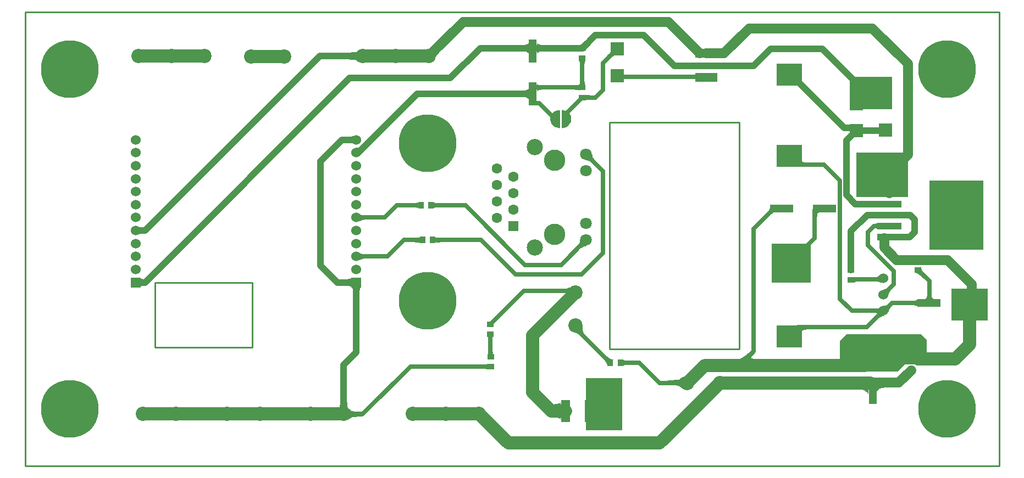
<source format=gtl>
G04*
G04 #@! TF.GenerationSoftware,Altium Limited,Altium Designer,19.0.4 (130)*
G04*
G04 Layer_Physical_Order=1*
G04 Layer_Color=255*
%FSTAX44Y44*%
%MOMM*%
G71*
G01*
G75*
%ADD10C,0.2540*%
%ADD15R,0.9300X0.9800*%
%ADD16R,0.9800X0.9300*%
%ADD17R,1.2600X3.6100*%
%ADD18R,3.6100X1.2600*%
%ADD19R,2.0000X2.0000*%
%ADD20R,8.4000X10.6500*%
%ADD21R,3.8000X1.0500*%
%ADD22R,1.4067X3.4992*%
%ADD23R,3.9200X3.4240*%
%ADD24R,3.4992X1.4067*%
%ADD46C,1.0000*%
%ADD47C,0.7000*%
%ADD48C,1.5000*%
%ADD49C,1.0000*%
%ADD50C,2.0000*%
%ADD51C,1.5240*%
%ADD52R,1.5240X1.5240*%
%ADD53C,2.2000*%
%ADD54C,8.8900*%
%ADD55C,0.8890*%
%ADD56C,2.5000*%
%ADD57C,1.8000*%
%ADD58C,1.6000*%
%ADD59R,1.6000X1.6000*%
%ADD60C,3.3000*%
%ADD61C,0.7000*%
G36*
X00869941Y0064902D02*
X00868597Y00647654D01*
X00864637Y00643174D01*
X00864001Y00642299D01*
X00863506Y00641523D01*
X00863152Y00640844D01*
X0086294Y00640263D01*
X00862869Y00639781D01*
X0085313Y0064902D01*
X00853708Y0064909D01*
X00854374Y00649302D01*
X00855128Y00649656D01*
X00855969Y00650151D01*
X00856899Y00650787D01*
X00859023Y00652484D01*
X00861499Y00654747D01*
X00862869Y00656091D01*
X00869941Y0064902D01*
D02*
G37*
G36*
X0078837Y0065345D02*
X0078867Y006526D01*
X00789169Y0065185D01*
X0078987Y006512D01*
X0079077Y0065065D01*
X0079187Y006502D01*
X00793169Y0064985D01*
X00794669Y006496D01*
X00796369Y0064945D01*
X0079827Y006494D01*
Y006394D01*
X00796369Y0063935D01*
X00794669Y006392D01*
X00793169Y0063895D01*
X0079187Y006386D01*
X0079077Y0063815D01*
X0078987Y006376D01*
X00789169Y0063695D01*
X0078867Y006362D01*
X0078837Y0063535D01*
X0078827Y006344D01*
Y006544D01*
X0078837Y0065345D01*
D02*
G37*
G36*
X00775761Y006344D02*
X00775661Y0063535D01*
X0077536Y006362D01*
X00774858Y0063695D01*
X00774156Y006376D01*
X00773253Y0063815D01*
X0077215Y006386D01*
X00770846Y0063895D01*
X00769342Y006392D01*
X00767636Y0063935D01*
X00765731Y006394D01*
Y006494D01*
X00767636Y0064945D01*
X00769342Y006496D01*
X00770846Y0064985D01*
X0077215Y006502D01*
X00773253Y0065065D01*
X00774156Y006512D01*
X00774858Y0065185D01*
X0077536Y006526D01*
X00775661Y0065345D01*
X00775761Y006544D01*
Y006344D01*
D02*
G37*
G36*
X0091193Y00633561D02*
X00911388Y00633954D01*
X00910747Y00634149D01*
X00910006Y00634146D01*
X00909165Y00633945D01*
X00908225Y00633546D01*
X00907186Y00632949D01*
X00906046Y00632154D01*
X00904807Y00631161D01*
X0090203Y00628581D01*
X00897081Y00633531D01*
X0089847Y00634969D01*
X00900654Y00637546D01*
X00901449Y00638685D01*
X00902046Y00639725D01*
X00902445Y00640665D01*
X00902646Y00641506D01*
X00902649Y00642247D01*
X00902454Y00642888D01*
X00902061Y0064343D01*
X0091193Y00633561D01*
D02*
G37*
G36*
X0063726Y00637054D02*
X00636409Y00636184D01*
X00633835Y0063317D01*
X006334Y00632533D01*
X00633047Y00631943D01*
X00632779Y00631399D01*
X00632593Y00630902D01*
X00632491Y00630451D01*
X00620051Y0064289D01*
X00620502Y00642993D01*
X00620999Y00643178D01*
X00621543Y00643447D01*
X00622133Y006438D01*
X0062277Y00644235D01*
X00624184Y00645355D01*
X0062496Y0064604D01*
X00626654Y0064766D01*
X0063726Y00637054D01*
D02*
G37*
G36*
X00513395Y00623204D02*
X00512387Y00623925D01*
X0051039Y0062514D01*
X00509402Y00625634D01*
X00508419Y00626051D01*
X00507601Y00626338D01*
X00504162Y00626668D01*
X00495069Y00626979D01*
X0049134Y00627D01*
Y00637D01*
X00495069Y00637021D01*
X00508263Y00637894D01*
X00508419Y00637949D01*
X00509402Y00638367D01*
X0051039Y0063886D01*
X00511385Y00639429D01*
X00512387Y00640075D01*
X00513395Y00640796D01*
Y00623204D01*
D02*
G37*
G36*
X00862609Y0062431D02*
X00862376Y006241D01*
X00862171Y0062375D01*
X00861993Y0062326D01*
X00861842Y00622631D01*
X00861719Y00621861D01*
X00861623Y00620951D01*
X00861514Y00618711D01*
X008615Y0061738D01*
X008545D01*
X00854486Y00618711D01*
X00854281Y00621861D01*
X00854158Y00622631D01*
X00854007Y0062326D01*
X00853829Y0062375D01*
X00853624Y006241D01*
X00853391Y0062431D01*
X0085313Y0062438D01*
X00862869D01*
X00862609Y0062431D01*
D02*
G37*
G36*
X00861514Y0059399D02*
X00861719Y0059084D01*
X00861842Y0059007D01*
X00861993Y0058944D01*
X00862171Y0058895D01*
X00862376Y005886D01*
X00862609Y0058839D01*
X00862869Y0058832D01*
X0085313D01*
X00853391Y0058839D01*
X00853624Y005886D01*
X00853829Y0058895D01*
X00854007Y0058944D01*
X00854158Y0059007D01*
X00854281Y0059084D01*
X00854377Y0059175D01*
X00854486Y0059399D01*
X008545Y0059532D01*
X008615D01*
X00861514Y0059399D01*
D02*
G37*
G36*
X0085313Y00579081D02*
X00853061Y00579293D01*
X0085285Y00579483D01*
X00852501Y00579651D01*
X0085201Y00579797D01*
X0085138Y0057992D01*
X00850611Y00580021D01*
X00848651Y00580155D01*
X00846131Y005802D01*
Y005872D01*
X0084746Y00587211D01*
X0085138Y0058748D01*
X0085201Y00587603D01*
X00852501Y00587749D01*
X0085285Y00587916D01*
X00853061Y00588107D01*
X0085313Y0058832D01*
Y00579081D01*
D02*
G37*
G36*
X00788339Y00590035D02*
X00788549Y0058944D01*
X007889Y00588915D01*
X00789389Y0058846D01*
X0079002Y00588075D01*
X00790789Y0058776D01*
X007917Y00587515D01*
X00792749Y0058734D01*
X0079394Y00587235D01*
X00795269Y005872D01*
Y005802D01*
X0079394Y00580165D01*
X00792749Y0058006D01*
X007917Y00579885D01*
X00790789Y0057964D01*
X0079002Y00579325D01*
X00789389Y0057894D01*
X007889Y00578485D01*
X00788549Y0057796D01*
X00788339Y00577365D01*
X0078827Y005767D01*
Y005907D01*
X00788339Y00590035D01*
D02*
G37*
G36*
X00775761Y00564D02*
X00775661Y0056495D01*
X0077536Y005658D01*
X00774858Y0056655D01*
X00774156Y005672D01*
X00773253Y0056775D01*
X0077215Y005682D01*
X00770846Y0056855D01*
X00769342Y005688D01*
X00767636Y0056895D01*
X00765731Y00569D01*
Y00579D01*
X00767636Y0057905D01*
X00769342Y005792D01*
X00770846Y0057945D01*
X0077215Y005798D01*
X00773253Y0058025D01*
X00774156Y005808D01*
X00774858Y0058145D01*
X0077536Y005822D01*
X00775661Y0058305D01*
X00775761Y00584D01*
Y00564D01*
D02*
G37*
G36*
X0086294Y00572707D02*
X00863149Y00572517D01*
X008635Y00572349D01*
X00863989Y00572203D01*
X0086462Y0057208D01*
X00865389Y00571979D01*
X00867349Y00571845D01*
X0086987Y005718D01*
Y005648D01*
X0086854Y00564789D01*
X0086462Y0056452D01*
X00863989Y00564397D01*
X008635Y00564251D01*
X00863149Y00564084D01*
X0086294Y00563893D01*
X00862869Y0056368D01*
Y0057292D01*
X0086294Y00572707D01*
D02*
G37*
G36*
X01335Y0055D02*
X0127D01*
Y006D01*
X01335D01*
Y0055D01*
D02*
G37*
G36*
X0083516Y0054516D02*
X008377Y0054262D01*
X0084024Y0053754D01*
X0083897Y0052992D01*
X0083262Y0052357D01*
X0082754Y005223D01*
Y005477D01*
X0083008D01*
X0083516Y0054516D01*
D02*
G37*
G36*
X0082246Y005223D02*
X0081738Y0052357D01*
X0081103Y0052992D01*
X0080976Y0053754D01*
X008123Y0054262D01*
X0081484Y0054516D01*
X0081992Y005477D01*
X0082246D01*
Y005223D01*
D02*
G37*
G36*
X00505424Y00496855D02*
X00505105Y00497063D01*
X00504729Y00497249D01*
X00504296Y00497413D01*
X00503806Y00497555D01*
X0050326Y00497675D01*
X00502657Y00497774D01*
X00501281Y00497905D01*
X00500508Y00497938D01*
X00499678Y00497948D01*
Y00507948D01*
X00500508Y00507959D01*
X00502657Y00508123D01*
X0050326Y00508222D01*
X00503806Y00508342D01*
X00504296Y00508484D01*
X00504729Y00508648D01*
X00505105Y00508834D01*
X00505424Y00509042D01*
Y00496855D01*
D02*
G37*
G36*
X00520238Y00483167D02*
X00517249Y00480583D01*
X00511016Y00490485D01*
X00511448Y00490461D01*
X00511898Y00490503D01*
X00512365Y00490611D01*
X0051285Y00490785D01*
X00513354Y00491024D01*
X00513875Y0049133D01*
X00514414Y00491701D01*
X00514971Y00492138D01*
X00515546Y00492641D01*
X00516139Y0049321D01*
X00520238Y00483167D01*
D02*
G37*
G36*
X00873198Y00480828D02*
X00873666Y00478688D01*
X00873945Y00477729D01*
X00874255Y00476844D01*
X00874595Y00476034D01*
X00874965Y00475298D01*
X00875365Y00474637D01*
X00875795Y00474049D01*
X00876256Y00473536D01*
X00871306Y00468587D01*
X00870793Y00469047D01*
X00870206Y00469478D01*
X00869544Y00469878D01*
X00868808Y00470248D01*
X00867998Y00470588D01*
X00867114Y00470897D01*
X00866155Y00471176D01*
X00864014Y00471644D01*
X00862832Y00471833D01*
X0087301Y0048201D01*
X00873198Y00480828D01*
D02*
G37*
G36*
X01196639Y00470715D02*
X0119685Y0047012D01*
X01197199Y00469595D01*
X0119769Y0046914D01*
X01198319Y00468755D01*
X0119909Y0046844D01*
X012Y00468195D01*
X01201049Y0046802D01*
X0120224Y00467915D01*
X0120357Y0046788D01*
Y0046088D01*
X0119657Y0046091D01*
Y0047138D01*
X01196639Y00470715D01*
D02*
G37*
G36*
X0136Y00415D02*
X0128D01*
Y00482933D01*
X0136D01*
Y00415D01*
D02*
G37*
G36*
X0062939Y00406609D02*
X006296Y00406376D01*
X0062995Y00406171D01*
X0063044Y00405993D01*
X0063107Y00405842D01*
X0063184Y00405719D01*
X0063275Y00405623D01*
X0063499Y00405514D01*
X0063632Y004055D01*
Y003985D01*
X0063499Y00398486D01*
X0063184Y00398281D01*
X0063107Y00398158D01*
X0063044Y00398007D01*
X0062995Y00397829D01*
X006296Y00397623D01*
X0062939Y00397391D01*
X0062932Y00397131D01*
Y0040687D01*
X0062939Y00406609D01*
D02*
G37*
G36*
X0060468Y00397131D02*
X0060461Y00397391D01*
X006044Y00397623D01*
X0060405Y00397829D01*
X0060356Y00398007D01*
X0060293Y00398158D01*
X0060216Y00398281D01*
X0060125Y00398377D01*
X00599011Y00398486D01*
X00597681Y003985D01*
Y004055D01*
X00599011Y00405514D01*
X0060216Y00405719D01*
X0060293Y00405842D01*
X0060356Y00405993D01*
X0060405Y00406171D01*
X006044Y00406376D01*
X0060461Y00406609D01*
X0060468Y0040687D01*
Y00397131D01*
D02*
G37*
G36*
X0115673Y00390647D02*
X01156189Y0039104D01*
X01155547Y00391235D01*
X01154806Y00391231D01*
X01153966Y00391031D01*
X01153026Y00390631D01*
X01151986Y00390034D01*
X01150846Y00389239D01*
X01149607Y00388246D01*
X01146831Y00385667D01*
X01141881Y00390616D01*
X0114327Y00392054D01*
X01145454Y00394632D01*
X01146249Y00395771D01*
X01146846Y00396811D01*
X01147245Y00397751D01*
X01147446Y00398592D01*
X01147449Y00399333D01*
X01147254Y00399974D01*
X01146861Y00400516D01*
X0115673Y00390647D01*
D02*
G37*
G36*
X01222535Y00390575D02*
X0122194Y00390362D01*
X01221415Y0039001D01*
X0122096Y00389517D01*
X01220575Y00388884D01*
X0122026Y00388111D01*
X01220015Y00387197D01*
X0121984Y00386144D01*
X01219735Y0038495D01*
X012197Y00383616D01*
X012127D01*
X0121273Y00390616D01*
X012232Y00390647D01*
X01222535Y00390575D01*
D02*
G37*
G36*
X00515265Y00388534D02*
X00516635Y00387704D01*
X00517316Y00387367D01*
X00517994Y00387082D01*
X00518669Y00386848D01*
X00519341Y00386667D01*
X0052001Y00386537D01*
X00520677Y00386459D01*
X00521341Y00386433D01*
Y00379433D01*
X00520677Y00379408D01*
X0052001Y0037933D01*
X00519341Y003792D01*
X00518669Y00379019D01*
X00517994Y00378785D01*
X00517316Y003785D01*
X00516635Y00378163D01*
X00515951Y00377774D01*
X00515265Y00377333D01*
X00514576Y0037684D01*
Y00389027D01*
X00515265Y00388534D01*
D02*
G37*
G36*
X01312061Y00365481D02*
X01312015Y00365675D01*
X01311879Y00365848D01*
X01311651Y00366001D01*
X01311333Y00366133D01*
X01310923Y00366245D01*
X01310423Y00366337D01*
X01309832Y00366408D01*
X01308376Y0036649D01*
X01307511Y003665D01*
Y003735D01*
X01308376Y0037351D01*
X01310423Y00373663D01*
X01310923Y00373755D01*
X01311333Y00373867D01*
X01311651Y00373999D01*
X01311879Y00374152D01*
X01312015Y00374325D01*
X01312061Y00374519D01*
Y00365481D01*
D02*
G37*
G36*
X00174895Y00368829D02*
X00175271Y00368643D01*
X00175704Y00368479D01*
X00176194Y00368337D01*
X0017674Y00368217D01*
X00177343Y00368119D01*
X00178719Y00367987D01*
X00179492Y00367955D01*
X00180322Y00367944D01*
Y00357944D01*
X00179492Y00357933D01*
X00177343Y00357769D01*
X0017674Y0035767D01*
X00176194Y0035755D01*
X00175704Y00357408D01*
X00175271Y00357244D01*
X00174895Y00357058D01*
X00174576Y00356851D01*
Y00369037D01*
X00174895Y00368829D01*
D02*
G37*
G36*
X0063239Y0035285D02*
X006326Y00352618D01*
X0063295Y00352412D01*
X0063344Y00352234D01*
X0063407Y00352084D01*
X0063484Y0035196D01*
X0063575Y00351864D01*
X0063799Y00351755D01*
X0063932Y00351741D01*
Y00344741D01*
X0063799Y00344728D01*
X0063484Y00344522D01*
X0063407Y00344399D01*
X0063344Y00344248D01*
X0063295Y0034407D01*
X006326Y00343865D01*
X0063239Y00343632D01*
X0063232Y00343372D01*
Y00353111D01*
X0063239Y0035285D01*
D02*
G37*
G36*
X00607681Y00343372D02*
X00607611Y00343632D01*
X00607401Y00343865D01*
X00607051Y0034407D01*
X00606561Y00344248D01*
X0060593Y00344399D01*
X0060516Y00344522D01*
X0060425Y00344618D01*
X0060201Y00344728D01*
X00600681Y00344741D01*
Y00351741D01*
X0060201Y00351755D01*
X0060516Y0035196D01*
X0060593Y00352084D01*
X00606561Y00352234D01*
X00607051Y00352412D01*
X00607401Y00352618D01*
X00607611Y0035285D01*
X00607681Y00353111D01*
Y00343372D01*
D02*
G37*
G36*
X00865367Y00339331D02*
X00864185Y00339142D01*
X00862045Y00338675D01*
X00861086Y00338396D01*
X00860201Y00338086D01*
X00859391Y00337746D01*
X00858655Y00337376D01*
X00857993Y00336976D01*
X00857406Y00336546D01*
X00856893Y00336085D01*
X00851944Y00341035D01*
X00852404Y00341548D01*
X00852835Y00342135D01*
X00853235Y00342797D01*
X00853605Y00343532D01*
X00853944Y00344343D01*
X00854254Y00345227D01*
X00854533Y00346186D01*
X00855001Y00348327D01*
X00855189Y00349508D01*
X00865367Y00339331D01*
D02*
G37*
G36*
X00515265Y00328539D02*
X00516635Y00327709D01*
X00517316Y00327372D01*
X00517994Y00327087D01*
X00518669Y00326854D01*
X00519341Y00326672D01*
X0052001Y00326542D01*
X00520677Y00326465D01*
X00521341Y00326439D01*
Y00319439D01*
X00520677Y00319413D01*
X0052001Y00319335D01*
X00519341Y00319205D01*
X00518669Y00319024D01*
X00517994Y0031879D01*
X00517316Y00318505D01*
X00516635Y00318168D01*
X00515951Y00317779D01*
X00515265Y00317338D01*
X00514576Y00316845D01*
Y00329032D01*
X00515265Y00328539D01*
D02*
G37*
G36*
X01379919Y00306055D02*
X01380067Y00305177D01*
X01380315Y00304286D01*
X01380661Y00303382D01*
X01381107Y00302465D01*
X01381651Y00301535D01*
X01382295Y00300591D01*
X01383037Y00299634D01*
X01383879Y00298664D01*
X01384819Y0029768D01*
X0137987Y00292731D01*
X01378881Y00293671D01*
X01377896Y00294513D01*
X01376914Y00295255D01*
X01375935Y00295899D01*
X0137496Y00296443D01*
X01373988Y00296889D01*
X01373018Y00297235D01*
X01372053Y00297482D01*
X0137109Y00297631D01*
X0137013Y0029768D01*
X0137987Y00306919D01*
X01379919Y00306055D01*
D02*
G37*
G36*
X0121Y00282934D02*
X0115D01*
Y00342954D01*
X0121D01*
Y00282934D01*
D02*
G37*
G36*
X01318074Y00282469D02*
X01317475Y00282807D01*
X01316862Y0028311D01*
X01316236Y00283377D01*
X01315595Y00283609D01*
X01314942Y00283805D01*
X01314274Y00283965D01*
X01313593Y0028409D01*
X01312899Y00284179D01*
X0131147Y0028425D01*
X01310148Y0029125D01*
X01310835Y0029128D01*
X0131151Y00291371D01*
X01312173Y00291521D01*
X01312825Y00291732D01*
X01313465Y00292003D01*
X01314093Y00292335D01*
X0131471Y00292726D01*
X01315315Y00293179D01*
X01315908Y00293691D01*
X0131649Y00294263D01*
X01318074Y00282469D01*
D02*
G37*
G36*
X01283869Y0028425D02*
X0128254Y00284227D01*
X012803Y00284046D01*
X01279389Y00283887D01*
X0127862Y00283683D01*
X0127799Y00283433D01*
X01277499Y00283138D01*
X0127715Y00282798D01*
X01276939Y00282412D01*
X0127687Y0028198D01*
Y0029122D01*
X01276939Y00291225D01*
X0127715Y00291231D01*
X01283869Y0029125D01*
Y0028425D01*
D02*
G37*
G36*
X00177631Y00289656D02*
X00177845Y00289295D01*
X00178203Y00288976D01*
X00178704Y00288699D01*
X00179348Y00288465D01*
X00180136Y00288274D01*
X00181066Y00288125D01*
X0018214Y00288019D01*
X00184716Y00287934D01*
Y00277934D01*
X00183356Y00277912D01*
X00181066Y00277742D01*
X00180136Y00277593D01*
X00179348Y00277402D01*
X00178704Y00277168D01*
X00178203Y00276892D01*
X00177845Y00276573D01*
X00177631Y00276211D01*
X00177559Y00275807D01*
Y0029006D01*
X00177631Y00289656D01*
D02*
G37*
G36*
X00502411Y00275344D02*
X00517589D01*
X00517098Y00275244D01*
X00516657Y00274944D01*
X00516269Y00274444D01*
X00515932Y00273744D01*
X00515647Y00272844D01*
X00515414Y00271744D01*
X00515233Y00270444D01*
X00515104Y00268944D01*
X00515Y00265344D01*
X00505D01*
X00504974Y00267244D01*
X00504586Y00271744D01*
X00504353Y00272844D01*
X00504068Y00273744D01*
X00503731Y00274444D01*
X00503343Y00274944D01*
X00502902Y00275244D01*
X00502411Y00275344D01*
X0050231Y00275836D01*
X0050201Y00276276D01*
X00501511Y00276665D01*
X00500811Y00277001D01*
X00499911Y00277286D01*
X00498811Y00277519D01*
X0049751Y00277701D01*
X00496011Y0027783D01*
X00492411Y00277934D01*
Y00287934D01*
X0049431Y0028796D01*
X00498811Y00288348D01*
X00499911Y00288581D01*
X00500811Y00288866D01*
X00501511Y00289202D01*
X0050201Y00289591D01*
X0050231Y00290031D01*
X00502411Y00290523D01*
Y00275344D01*
D02*
G37*
G36*
X01332494Y00269544D02*
X01332043Y00269056D01*
X01331626Y0026853D01*
X01331245Y00267965D01*
X01330898Y00267361D01*
X01330586Y00266719D01*
X01330308Y00266038D01*
X01330065Y00265318D01*
X01329857Y0026456D01*
X01329683Y00263763D01*
X01329544Y00262927D01*
X01320927Y00271544D01*
X01321763Y00271683D01*
X01323318Y00272065D01*
X01324038Y00272308D01*
X01324719Y00272586D01*
X01325361Y00272898D01*
X01325965Y00273245D01*
X0132653Y00273626D01*
X01327056Y00274043D01*
X01327544Y00274494D01*
X01332494Y00269544D01*
D02*
G37*
G36*
X00839424Y00260418D02*
X00838425Y00261574D01*
X00836486Y0026352D01*
X00835547Y0026431D01*
X00834628Y00264979D01*
X00833728Y00265527D01*
X00832849Y00265953D01*
X00831989Y00266257D01*
X0083115Y00266439D01*
X0083033Y002665D01*
X00832109Y002735D01*
X00832914Y00273536D01*
X00833774Y00273644D01*
X0083469Y00273825D01*
X0083566Y00274077D01*
X00837766Y00274799D01*
X00838902Y00275268D01*
X00842641Y00277108D01*
X00839424Y00260418D01*
D02*
G37*
G36*
X01396349Y00263048D02*
X01396454Y00261853D01*
X01396629Y00260798D01*
X01396874Y00259884D01*
X01397189Y00259111D01*
X01397574Y00258478D01*
X01398029Y00257986D01*
X01398554Y00257635D01*
X01399149Y00257424D01*
X01399814Y00257353D01*
X01385814D01*
X01386479Y00257424D01*
X01387074Y00257635D01*
X01387599Y00257986D01*
X01388054Y00258478D01*
X01388439Y00259111D01*
X01388754Y00259884D01*
X01388999Y00260798D01*
X01389174Y00261853D01*
X01389279Y00263048D01*
X01389314Y00264384D01*
X01396314D01*
X01396349Y00263048D01*
D02*
G37*
G36*
X0137423Y00244845D02*
X0137416Y00245371D01*
X01373951Y00245842D01*
X013736Y00246257D01*
X01373111Y00246617D01*
X0137248Y00246922D01*
X01371711Y00247171D01*
X013708Y00247365D01*
X01369751Y00247504D01*
X0136856Y00247587D01*
X01367231Y00247614D01*
Y00254614D01*
X0136856Y00254642D01*
X013708Y00254864D01*
X01371711Y00255058D01*
X0137248Y00255307D01*
X01373111Y00255611D01*
X013736Y00255971D01*
X01373951Y00256387D01*
X0137416Y00256858D01*
X0137423Y00257384D01*
Y00244845D01*
D02*
G37*
G36*
X01332761Y00243414D02*
X01332274Y002429D01*
X01331821Y00242364D01*
X01331403Y00241807D01*
X01331019Y00241229D01*
X01330669Y0024063D01*
X01330353Y0024001D01*
X01330072Y00239369D01*
X01329824Y00238707D01*
X01329611Y00238023D01*
X01329432Y00237319D01*
X01321909Y00246619D01*
X01322733Y00246653D01*
X01323521Y00246735D01*
X01324274Y00246863D01*
X0132499Y0024704D01*
X01325672Y00247264D01*
X01326317Y00247535D01*
X01326927Y00247854D01*
X01327502Y00248221D01*
X0132804Y00248635D01*
X01328543Y00249096D01*
X01332761Y00243414D01*
D02*
G37*
G36*
X01317424Y00237105D02*
X01323073Y00231456D01*
X01322237Y00231317D01*
X01320682Y00230935D01*
X01319962Y00230692D01*
X01319281Y00230415D01*
X01318639Y00230102D01*
X01318035Y00229755D01*
X0131747Y00229373D01*
X01316944Y00228957D01*
X01316456Y00228506D01*
X01311506Y00233456D01*
X01311957Y00233944D01*
X01312373Y0023447D01*
X01312755Y00235035D01*
X01312858Y00235213D01*
X01312659Y00235267D01*
X0131199Y00235396D01*
X01311323Y00235474D01*
X01310659Y002355D01*
Y002425D01*
X01311323Y00242526D01*
X0131199Y00242604D01*
X01312659Y00242733D01*
X01313331Y00242915D01*
X01314007Y00243148D01*
X01314684Y00243434D01*
X01315365Y00243771D01*
X01316049Y0024416D01*
X01316735Y00244601D01*
X01317424Y00245093D01*
Y00237105D01*
D02*
G37*
G36*
X01483Y00224D02*
X01427D01*
X01427Y00273D01*
X01483Y00273D01*
Y00224D01*
D02*
G37*
G36*
X0120357Y0021012D02*
X01202236Y00210085D01*
X01201042Y0020998D01*
X01199988Y00209805D01*
X01199075Y0020956D01*
X01198302Y00209245D01*
X01197669Y0020886D01*
X01197176Y00208405D01*
X01196824Y0020788D01*
X01196611Y00207285D01*
X01196539Y0020662D01*
X0119657Y0021709D01*
X01196639Y00217095D01*
X0119685Y00217101D01*
X0120357Y0021712D01*
Y0021012D01*
D02*
G37*
G36*
X00858671Y00213855D02*
X00858611Y00211139D01*
X00858696Y00209927D01*
X00858856Y00208812D01*
X00859093Y00207794D01*
X00859407Y00206874D01*
X00859796Y0020605D01*
X00860262Y00205324D01*
X00860804Y00204696D01*
X0085446Y0020114D01*
X00853858Y00201694D01*
X00853171Y00202235D01*
X00852399Y00202765D01*
X00851541Y00203283D01*
X00849571Y00204283D01*
X00848458Y00204766D01*
X00844609Y00206142D01*
X00858815Y00215358D01*
X00858671Y00213855D01*
D02*
G37*
G36*
X00720019Y0017869D02*
X00720168Y0017645D01*
X00720299Y0017554D01*
X00720467Y0017477D01*
X00720673Y0017414D01*
X00720916Y0017365D01*
X00721197Y001733D01*
X00721514Y0017309D01*
X0072187Y0017302D01*
X00712131D01*
X00712296Y0017309D01*
X00712443Y001733D01*
X00712574Y0017365D01*
X00712687Y0017414D01*
X00712783Y0017477D01*
X00712922Y0017645D01*
X00713Y0018002D01*
X0072D01*
X00720019Y0017869D01*
D02*
G37*
G36*
X0092139Y00163609D02*
X009216Y00163377D01*
X0092195Y00163171D01*
X0092244Y00162993D01*
X0092307Y00162842D01*
X0092384Y00162719D01*
X0092475Y00162623D01*
X0092699Y00162514D01*
X0092832Y001625D01*
Y001555D01*
X0092699Y00155486D01*
X0092384Y00155281D01*
X0092307Y00155158D01*
X0092244Y00155007D01*
X0092195Y00154829D01*
X009216Y00154623D01*
X0092139Y00154391D01*
X0092132Y0015413D01*
Y00163869D01*
X0092139Y00163609D01*
D02*
G37*
G36*
X00897664Y00167879D02*
X00899591Y00166295D01*
X00900535Y00165651D01*
X00901465Y00165107D01*
X00902382Y00164662D01*
X00903287Y00164315D01*
X00904177Y00164067D01*
X00905055Y00163919D01*
X00905919Y00163869D01*
X00896681Y0015413D01*
X00896631Y0015509D01*
X00896482Y00156053D01*
X00896235Y00157018D01*
X00895889Y00157988D01*
X00895443Y0015896D01*
X00894899Y00159935D01*
X00894255Y00160914D01*
X00893513Y00161896D01*
X00892671Y00162881D01*
X00891731Y00163869D01*
X00896681Y00168819D01*
X00897664Y00167879D01*
D02*
G37*
G36*
X00712131Y0014838D02*
X0071206Y00148593D01*
X00711851Y00148784D01*
X007115Y00148951D01*
X00711011Y00149097D01*
X0071038Y0014922D01*
X00709611Y00149321D01*
X00707651Y00149455D01*
X0070513Y001495D01*
Y001565D01*
X0070646Y00156511D01*
X0071038Y0015678D01*
X00711011Y00156903D01*
X007115Y00157049D01*
X00711851Y00157217D01*
X0071206Y00157407D01*
X00712131Y00157619D01*
Y0014838D01*
D02*
G37*
G36*
X01389012Y00193588D02*
Y00165D01*
X01380226Y00156214D01*
X01355D01*
X01343786Y00145D01*
X01265D01*
X01255Y00156214D01*
Y001928D01*
X012648Y002026D01*
X0138D01*
X01389012Y00193588D01*
D02*
G37*
G36*
X01123241Y00173291D02*
X01120726Y00170725D01*
X01118515Y00168152D01*
X0111828Y00167425D01*
X0111834Y00166782D01*
X011187Y00166237D01*
X0111936Y00165792D01*
X0112032Y00165445D01*
X0112158Y00165198D01*
X0112314Y00165049D01*
X01125Y00165D01*
X011Y00145D01*
Y00155D01*
X01105707Y00159287D01*
X01099994Y00165D01*
X01101087Y00165133D01*
X01102345Y00165531D01*
X01103766Y00166193D01*
X0110535Y0016712D01*
X01107098Y00168312D01*
X01109009Y00169768D01*
X01113323Y00173475D01*
X01118291Y00178241D01*
X01123241Y00173291D01*
D02*
G37*
G36*
X01012595Y00119204D02*
X01011221Y0012021D01*
X01007542Y00122593D01*
X01006463Y00123176D01*
X01006022Y00123369D01*
X01004768Y00123606D01*
X01002387Y00123928D01*
X00996715Y00124357D01*
X00989833Y001245D01*
Y001315D01*
X00993425Y00131536D01*
X01004768Y00132394D01*
X01006078Y00132642D01*
X01006463Y00132824D01*
X01008695Y00134095D01*
X01009921Y00134889D01*
X01012595Y00136796D01*
Y00119204D01*
D02*
G37*
G36*
X01326581Y0012057D02*
X01323731Y00120495D01*
X01321181Y0012027D01*
X01318931Y00119895D01*
X01316981Y0011937D01*
X01315331Y00118695D01*
X01313981Y0011787D01*
X01312931Y00116895D01*
X01312181Y0011577D01*
X01311731Y00114495D01*
X01311581Y0011307D01*
Y00131539D01*
X01311731Y00132305D01*
X01312181Y00132991D01*
X01312931Y00133595D01*
X01313981Y00134119D01*
X01315331Y00134562D01*
X01316981Y00134925D01*
X01318931Y00135207D01*
X01321181Y00135409D01*
X01326581Y0013557D01*
Y0012057D01*
D02*
G37*
G36*
X01299042Y00131539D02*
X01299072Y00108D01*
X0129887Y001099D01*
X01298267Y001116D01*
X01297264Y001131D01*
X01295861Y001144D01*
X01294058Y001155D01*
X01291855Y001164D01*
X01289252Y001171D01*
X01286249Y001176D01*
X01282845Y001179D01*
X01279042Y00118D01*
Y00138D01*
X01299042Y00131539D01*
D02*
G37*
G36*
X00495462Y00104732D02*
X00496335Y00091537D01*
X0049639Y00091381D01*
X00496808Y00090399D01*
X00497301Y0008941D01*
X0049787Y00088415D01*
X00498386Y00087615D01*
X0049842Y0008759D01*
X00502099Y00085207D01*
X00503178Y00084624D01*
X00503546Y00084463D01*
X00504886Y00084207D01*
X00507271Y0008388D01*
X00512941Y00083445D01*
X00519809Y000833D01*
Y000763D01*
X00516225Y00076264D01*
X00504886Y00075393D01*
X00503498Y00075128D01*
X00503178Y00074976D01*
X00500947Y00073705D01*
X0049972Y00072911D01*
X00497047Y00071004D01*
Y00076274D01*
X00493974Y00076262D01*
Y00083338D01*
X00494082Y00083331D01*
X00495599Y00083314D01*
X00497047Y00083311D01*
Y00086406D01*
X00481645D01*
X00482366Y00087413D01*
X00483581Y0008941D01*
X00484075Y00090399D01*
X00484492Y00091381D01*
X00484779Y00092199D01*
X00485109Y00095638D01*
X0048542Y00104732D01*
X00485441Y0010846D01*
X00495441D01*
X00495462Y00104732D01*
D02*
G37*
G36*
X0082509Y00069941D02*
X00824941Y00070859D01*
X00824495Y00071681D01*
X00823752Y00072407D01*
X00822711Y00073035D01*
X00821373Y00073567D01*
X00819738Y00074002D01*
X00817805Y00074341D01*
X00815576Y00074583D01*
X00810224Y00074776D01*
Y00094776D01*
X00813048Y00094824D01*
X00817805Y00095211D01*
X00819738Y0009555D01*
X00821373Y00095985D01*
X00822711Y00096517D01*
X00823752Y00097145D01*
X00824495Y0009787D01*
X00824941Y00098692D01*
X0082509Y00099611D01*
Y00069941D01*
D02*
G37*
G36*
X0092Y00055D02*
X008641D01*
Y00135D01*
X0092D01*
Y00055D01*
D02*
G37*
D10*
X00834841Y00545391D02*
G03*
X0082754Y005477I-00007301J-00010391D01*
G01*
Y005223D02*
G03*
X00834841Y00545391I0J000127D01*
G01*
X00810885Y00540225D02*
G03*
X0082246Y005223I00011575J-00005225D01*
G01*
Y005477D02*
G03*
X00810885Y00540225I0J-000127D01*
G01*
X0082754Y005223D02*
Y005477D01*
X0082246Y005223D02*
Y005477D01*
X0035Y00182934D02*
Y00282934D01*
X002D02*
X0035D01*
X002Y00182934D02*
Y00282934D01*
Y00182934D02*
X0035D01*
X009Y0018D02*
Y0053D01*
X011D01*
X009Y0018D02*
X011D01*
X011D02*
Y0053D01*
X002Y00182939D02*
Y00282939D01*
Y00182939D02*
X0035D01*
Y00282944D01*
X003D02*
X0035D01*
X002D02*
X0035D01*
X0Y0D02*
Y007D01*
X015D01*
Y0D02*
Y007D01*
X0Y0D02*
X015D01*
D15*
X006277Y00348241D02*
D03*
X006123D02*
D03*
X006247Y00402D02*
D03*
X006093D02*
D03*
X009167Y00159D02*
D03*
X009013D02*
D03*
D16*
X00716Y002026D02*
D03*
Y00218D02*
D03*
X00717Y00153D02*
D03*
X00717Y001684D02*
D03*
X01375Y003023D02*
D03*
Y003177D02*
D03*
X01272Y002866D02*
D03*
X01272Y00302D02*
D03*
X00858Y005837D02*
D03*
Y005683D02*
D03*
Y00629D02*
D03*
Y006444D02*
D03*
X01365Y001627D02*
D03*
X01365Y001473D02*
D03*
D17*
X01305311Y0011352D02*
D03*
X01305311Y0017942D02*
D03*
X00782Y00574D02*
D03*
Y006399D02*
D03*
D18*
X0139225Y00251114D02*
D03*
X0145815D02*
D03*
X0123075Y00396886D02*
D03*
X0116485D02*
D03*
D19*
X0128Y00517D02*
D03*
Y00559D02*
D03*
X01325Y00518D02*
D03*
X01325Y0056D02*
D03*
X00912Y006015D02*
D03*
Y006435D02*
D03*
D20*
X01434Y00387D02*
D03*
D21*
X01331Y00353D02*
D03*
X01331Y0037D02*
D03*
Y00387D02*
D03*
Y00404D02*
D03*
Y00421D02*
D03*
D22*
X00869129Y00084776D02*
D03*
X00832062D02*
D03*
D23*
X01177Y0032556D02*
D03*
Y002D02*
D03*
Y00478D02*
D03*
Y0060356D02*
D03*
D24*
X01049224Y00636533D02*
D03*
X01049224Y00599467D02*
D03*
D46*
X0081611Y00535D02*
D03*
X0083389Y00535D02*
D03*
X01475Y00235D02*
D03*
X01455D02*
D03*
X01435D02*
D03*
X01475Y00262D02*
D03*
X01435D02*
D03*
X0133525Y00165D02*
D03*
X0135525D02*
D03*
X0137525D02*
D03*
X0127D02*
D03*
X0129D02*
D03*
X0131D02*
D03*
X01335Y00185D02*
D03*
X01355D02*
D03*
X01375D02*
D03*
X0127D02*
D03*
X0129D02*
D03*
X0131D02*
D03*
X0132Y00574D02*
D03*
Y005909D02*
D03*
X0128Y00574D02*
D03*
X013D02*
D03*
X0128Y005909D02*
D03*
X013D02*
D03*
X0134Y0043D02*
D03*
X01315D02*
D03*
Y0045D02*
D03*
Y0047D02*
D03*
X01295Y0043D02*
D03*
Y0045D02*
D03*
Y0047D02*
D03*
X0118Y00322939D02*
D03*
X012D02*
D03*
X0116D02*
D03*
X012Y003D02*
D03*
X0118D02*
D03*
X0116D02*
D03*
X0091Y00125D02*
D03*
Y0011D02*
D03*
Y000798D02*
D03*
Y00065D02*
D03*
X0089D02*
D03*
Y000798D02*
D03*
Y00095D02*
D03*
Y0011D02*
D03*
X0087189Y00126D02*
D03*
D47*
X00834841Y00545391D02*
X0085775Y005683D01*
X008342Y0054475D02*
X00834841Y00545391D01*
X0085775Y005683D02*
X00858D01*
X008342Y0053531D02*
Y0054475D01*
X0083389Y00535D02*
X008342Y0053531D01*
X00810885Y00540225D02*
X0081611Y00535D01*
X0079166Y0055945D02*
X00810885Y00540225D01*
X00782Y0056225D02*
Y00574D01*
Y0056225D02*
X007848Y0055945D01*
X0079166D01*
X01038761Y00636533D02*
X01049224D01*
X01045664Y00600483D02*
X01047952Y00598195D01*
X00913017Y00600483D02*
X01045664D01*
X00912Y006015D02*
X00913017Y00600483D01*
X01305311Y0017942D02*
Y0019D01*
Y0016767D02*
X01307642Y0017D01*
X0084789Y0021266D02*
Y00216641D01*
Y0021266D02*
X009013Y0015925D01*
Y00159D02*
Y0015925D01*
X009167Y00159D02*
X00946D01*
X00977Y00128D01*
X010192D01*
X01177Y0032556D02*
X0119056D01*
X012162Y003512D02*
Y00394086D01*
X0119056Y0032556D02*
X012162Y003512D01*
X011Y00155D02*
X01122Y00177D01*
Y00365785D01*
X011531Y00396886D01*
X0116485D01*
X01125Y00155D02*
X01126215Y00156214D01*
X01458Y00250965D02*
X0145815Y00251114D01*
X01302511Y00128D02*
X01305311Y001252D01*
X0128Y00574D02*
Y005909D01*
Y00559D02*
Y00574D01*
X01338Y0028D02*
Y00299939D01*
X01297899Y00340039D02*
X01338Y00299939D01*
X01297899Y00340039D02*
Y00360388D01*
X01307511Y0037D02*
X01331D01*
X01297899Y00360388D02*
X01307511Y0037D01*
X01322Y00264D02*
X01338Y0028D01*
X0139225Y00251114D02*
X01392814Y00251678D01*
Y00284736D01*
X0137525Y003023D02*
X01392814Y00284736D01*
X01375Y003023D02*
X0137525D01*
X01325147Y00353D02*
X01331D01*
X01323397Y0035125D02*
X01325147Y00353D01*
X01322Y00239D02*
X01323397D01*
X01335511Y00251114D01*
X0139225D01*
X01255Y0025715D02*
Y0044D01*
X0127315Y00239D02*
X01322D01*
X01255Y0025715D02*
X0127315Y00239D01*
X01177Y002D02*
X0119062Y0021362D01*
X0123062Y0046438D02*
X01255Y0044D01*
X0119062Y0046438D02*
X0123062D01*
X01177Y00478D02*
X0119062Y0046438D01*
X012162Y00394086D02*
X01219Y00396886D01*
X0123075D01*
X0132075Y0028775D02*
X01322Y00289D01*
X0127315Y0028775D02*
X0132075D01*
X01272Y002866D02*
X0127315Y0028775D01*
X0129662Y0021362D02*
X01322Y00239D01*
X0119062Y0021362D02*
X0129662D01*
X01308111Y001928D02*
Y0019397D01*
X01305311Y0019D02*
X01308111Y001928D01*
X01305311Y0016767D02*
Y0017942D01*
X01305311Y001252D02*
Y0012527D01*
X0136475Y001473D02*
X01365D01*
X01305311Y0012527D02*
X01308111Y0012807D01*
X01305311Y0011352D02*
Y001252D01*
X013245Y005595D02*
X01325Y0056D01*
X0128Y00559D02*
X012805Y005595D01*
X009167Y0015875D02*
Y00159D01*
X01047952Y00598195D02*
X01049224Y00599467D01*
X0089Y006215D02*
X00912Y006435D01*
X0089Y0058D02*
Y006215D01*
X008783Y005683D02*
X0089Y0058D01*
X00858Y005683D02*
X008783D01*
X00858Y005837D02*
Y00629D01*
X007848Y005837D02*
X00858D01*
X00782Y005809D02*
X007848Y005837D01*
X00782Y00574D02*
Y005809D01*
X0051Y00482933D02*
X00512933D01*
X00845331Y0027D02*
X0084789Y00267441D01*
X0076825Y0027D02*
X00845331D01*
X0071625Y00218D02*
X0076825Y0027D01*
X00795Y00215D02*
X00795449D01*
X00716Y00218D02*
X0071625D01*
X00490441Y000798D02*
X00520024D01*
X00593224Y00153D01*
X00717D01*
X007165Y001689D02*
X00717Y001684D01*
X007165Y001689D02*
Y002021D01*
X00716Y002026D02*
X007165Y002021D01*
X008641Y00480743D02*
X0089Y00454842D01*
Y00327939D02*
Y00454842D01*
X00857061Y00295D02*
X0089Y00327939D01*
X00755Y00295D02*
X00857061D01*
X00701759Y00348241D02*
X00755Y00295D01*
X006277Y00348241D02*
X00701759D01*
X0051Y00322939D02*
X00557939D01*
X00583241Y00348241D01*
X006123D01*
X00825749Y0030989D02*
X008641Y00348241D01*
X0077011Y0030989D02*
X00825749D01*
X00678Y00402D02*
X0077011Y0030989D01*
X006247Y00402D02*
X00678D01*
X005728D02*
X006093D01*
X00553733Y00382933D02*
X005728Y00402D01*
X0051Y00382933D02*
X00553733D01*
X00348302Y006312D02*
X00348302Y006312D01*
D48*
X00990295Y00685D02*
X01038761Y00636533D01*
X01331Y00451D02*
X0136Y0048D01*
X0145815Y00251114D02*
Y0028D01*
X0142045Y003177D02*
X0145815Y0028D01*
X01375Y003177D02*
X0142045D01*
X01323397Y00336603D02*
Y0035125D01*
Y00336603D02*
X013423Y003177D01*
X01375D01*
X01331Y00421D02*
Y00451D01*
X0134552Y0012807D02*
X0136475Y001473D01*
X01308111Y0012807D02*
X0134552D01*
X01076533Y00636533D02*
X01115Y00675D01*
X01049224Y00636533D02*
X01076533D01*
X0136Y0048D02*
Y0062D01*
X01305Y00675D02*
X0136Y0062D01*
X01115Y00675D02*
X01305D01*
X006746Y00685D02*
X00990295D01*
X006216Y00632D02*
X006746Y00685D01*
D49*
X00952655Y00664D02*
X00999655Y00617D01*
X007008Y006444D02*
X00858D01*
X0087785Y00664D02*
X00952655D01*
X0085825Y006444D02*
X0087785Y00664D01*
X01122Y00617D02*
X011485Y006435D01*
X00999655Y00617D02*
X01122D01*
X012274Y006435D02*
X0128Y005909D01*
X011485Y006435D02*
X012274D01*
X00454Y00632D02*
X0052D01*
X00184944Y00362944D02*
X00454Y00632D01*
X0017Y00362944D02*
X00184944D01*
X00184716Y00282934D02*
X00499782Y00598D01*
X0017Y00282934D02*
X00184716D01*
X00499782Y00598D02*
X006544D01*
X007008Y006444D01*
X0137Y0036025D02*
Y0038D01*
X01363Y00387D02*
X0137Y0038D01*
X01331Y00387D02*
X01363D01*
X01331Y00353D02*
X0136275D01*
X0137Y0036025D01*
X0126198Y0052106D02*
X0127594D01*
X011931Y0058994D02*
X0126198Y0052106D01*
X01265Y00502D02*
X0128Y00517D01*
X01265Y00417949D02*
Y00502D01*
X01278949Y00404D02*
X01331D01*
X01265Y00417949D02*
X01278949Y00404D01*
X013245Y005175D02*
X01325Y00518D01*
X012805Y005175D02*
X013245D01*
X0128Y00517D02*
X012805Y005175D01*
X0127594Y0052106D02*
X0128Y00517D01*
X0117948Y0060356D02*
X011931Y0058994D01*
X01177Y0060356D02*
X0117948D01*
X01297Y00387D02*
X01331D01*
X01272Y00362D02*
X01297Y00387D01*
X01272Y00302D02*
Y00362D01*
X00858Y006444D02*
X0085825D01*
X00604Y00574D02*
X00782D01*
X00512933Y00482933D02*
X00604Y00574D01*
X00487948Y00502948D02*
X0051D01*
X00455Y0047D02*
X00487948Y00502948D01*
X00455Y00309D02*
Y0047D01*
Y00309D02*
X00481066Y00282934D01*
X0051D01*
Y00175D02*
Y00282934D01*
X00490441Y00155441D02*
X0051Y00175D01*
X00490441Y000798D02*
Y00155441D01*
D50*
X01125Y00155D02*
X01292642D01*
X011D02*
X01125D01*
X010462D02*
X011D01*
X0137525Y00165D02*
X01433D01*
X01455Y00187D01*
Y00235D01*
X0107Y00128D02*
X01302511D01*
X010192D02*
X010462Y00155D01*
X00977Y00035D02*
X0107Y00128D01*
X007444Y00035D02*
X00977D01*
X006988Y000806D02*
X007444Y00035D01*
X00795449Y00215D02*
X0084789Y00267441D01*
X00782Y00201551D02*
X00795449Y00215D01*
X00810224Y00084776D02*
X00832062D01*
X00782Y00113D02*
X00810224Y00084776D01*
X00782Y00113D02*
Y00201551D01*
X005708Y00632D02*
X006216D01*
X0052D02*
X005708D01*
X00348302Y006312D02*
X00399101D01*
X00225Y00632D02*
X002758D01*
X001742D02*
X00225D01*
X00648Y000806D02*
X006988D01*
X005972D02*
X00648D01*
X00439641Y000798D02*
X00490441D01*
X00439641Y000798D02*
X00439641Y000798D01*
X00439641D02*
X00439641Y000798D01*
X00361441Y000798D02*
X00439641D01*
X00310641D02*
X00361441D01*
X00232441D02*
X00310641D01*
X00181641D02*
X00232441D01*
D51*
X0051Y00502948D02*
D03*
Y00482933D02*
D03*
Y00462943D02*
D03*
Y00442954D02*
D03*
X0051Y00422938D02*
D03*
Y00402949D02*
D03*
X0051Y00382933D02*
D03*
Y00362944D02*
D03*
Y00342954D02*
D03*
Y00322939D02*
D03*
Y00302949D02*
D03*
X0017D02*
D03*
Y00322939D02*
D03*
Y00342954D02*
D03*
Y00362944D02*
D03*
Y00382933D02*
D03*
Y00402949D02*
D03*
Y00422938D02*
D03*
Y00442954D02*
D03*
Y00462943D02*
D03*
Y00482933D02*
D03*
Y00502948D02*
D03*
X01322Y00264D02*
D03*
Y00239D02*
D03*
Y00289D02*
D03*
D52*
X0051Y00282934D02*
D03*
X0017D02*
D03*
D53*
X010192Y00128D02*
D03*
X0107D02*
D03*
X006216Y00632D02*
D03*
X005708D02*
D03*
X0052D02*
D03*
X00348302Y006312D02*
D03*
X00399101Y006312D02*
D03*
X002758Y00632D02*
D03*
X00225D02*
D03*
X001742D02*
D03*
X0084789Y00216641D02*
D03*
Y00267441D02*
D03*
X006988Y000806D02*
D03*
X00648D02*
D03*
X005972D02*
D03*
X00181641Y000798D02*
D03*
X00232441D02*
D03*
X00310641D02*
D03*
X00361441D02*
D03*
X00439641Y000798D02*
D03*
X00490441Y000798D02*
D03*
D54*
X0142Y00087836D02*
D03*
Y00611836D02*
D03*
X0062Y00255D02*
D03*
Y00497954D02*
D03*
X00069012Y00087836D02*
D03*
Y00611836D02*
D03*
D55*
X01404506Y00114672D02*
D03*
X01435494D02*
D03*
X01450988Y00087836D02*
D03*
X01435494Y00060999D02*
D03*
X01404506D02*
D03*
X01389012Y00087836D02*
D03*
X01404506Y00638673D02*
D03*
X01435494D02*
D03*
X01450988Y00611836D02*
D03*
X01435494Y00585D02*
D03*
X01404506D02*
D03*
X01389012Y00611836D02*
D03*
X00604506Y00281836D02*
D03*
X00635494D02*
D03*
X00650988Y00255D02*
D03*
X00635494Y00228164D02*
D03*
X00604506D02*
D03*
X00589012Y00255D02*
D03*
X00604506Y0052479D02*
D03*
X00635494D02*
D03*
X00650988Y00497954D02*
D03*
X00635494Y00471117D02*
D03*
X00604506D02*
D03*
X00589012Y00497954D02*
D03*
X00053518Y00114672D02*
D03*
X00084506D02*
D03*
X001Y00087836D02*
D03*
X00084506Y00060999D02*
D03*
X00053518D02*
D03*
X00038024Y00087836D02*
D03*
X00053518Y00638673D02*
D03*
X00084506D02*
D03*
X001Y00611836D02*
D03*
X00084506Y00585D02*
D03*
X00053518D02*
D03*
X00038024Y00611836D02*
D03*
D56*
X007846Y00491942D02*
D03*
Y00337042D02*
D03*
D57*
X008641Y00480743D02*
D03*
Y00455343D02*
D03*
Y00373641D02*
D03*
Y00348241D02*
D03*
D58*
X007262Y00458942D02*
D03*
X007516Y00446242D02*
D03*
X007262Y00433542D02*
D03*
X007516Y00420842D02*
D03*
X007262Y00408142D02*
D03*
X007516Y00395442D02*
D03*
X007262Y00382742D02*
D03*
D59*
X007516Y00370042D02*
D03*
D60*
X008151Y00471642D02*
D03*
Y00357342D02*
D03*
D61*
X00781Y00124D02*
D03*
X00995671Y00600483D02*
D03*
X01025Y00653D02*
D03*
M02*

</source>
